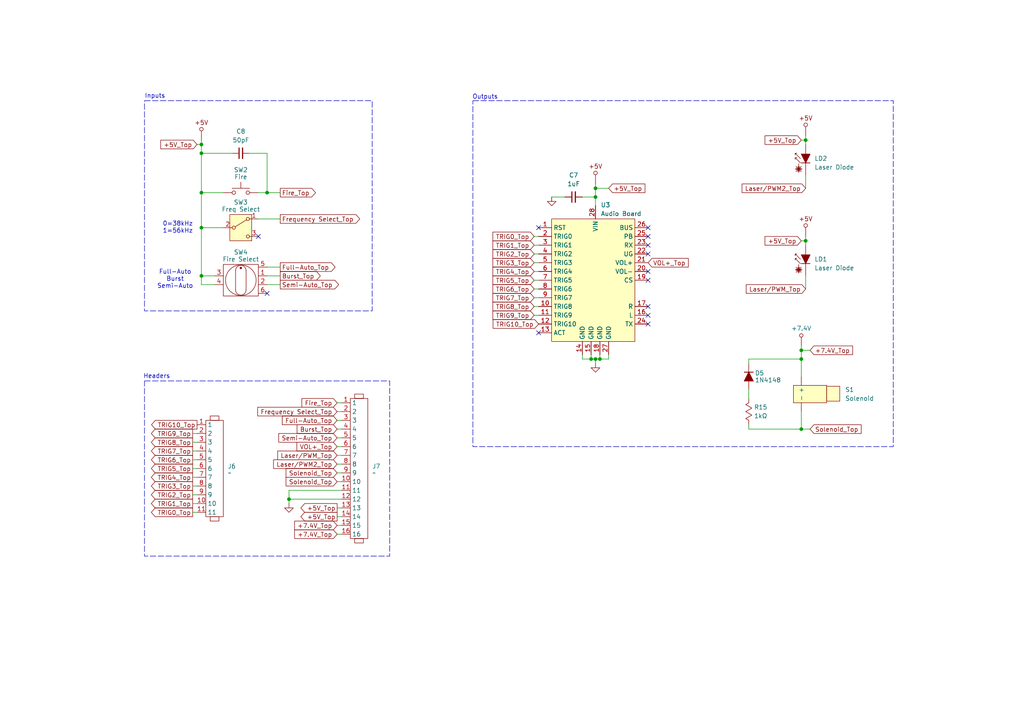
<source format=kicad_sch>
(kicad_sch (version 20231120) (generator "eeschema") (generator_version "8.0")
  (paper "A4")
  (title_block (title "Blaster Top") (date "2025-04-18") (rev "A") (company "Idaho State University"))
  (lib_symbols
    (symbol "AW_Libraries_Power:+7.4V"
      (property "Value" "+7.4V" (at 0 0 0))
      (symbol "+7.4V_0_1"
        (circle (center 0 -2.032) (radius 0.508))
      )
      (symbol "+7.4V_1_1"
        (pin power_in line (at 0 -5.08 90) (length 2.54) (name "") (number ""))
      )
    )
    (symbol "AW_Libraries_Power:GND" (power) (pin_numbers hide) (pin_names (offset 0) hide) (in_bom no) (on_board no)
      (symbol "GND_0_1"
        (polyline (pts (xy -1.27 0) (xy 1.27 0) (xy 0 -1.27) (xy -1.27 0)))
      )
      (symbol "GND_1_1"
        (pin input line (at 0 1.27 270) (length 1.27) (name "GND") (number ""))
      )
    )
    (symbol "Device:C_Small" (pin_numbers hide) (pin_names (offset 0.254) hide)
      (property "Reference" "C" (at 0.254 1.778 0))
      (property "Value" "C_Small" (at 0.254 -2.032 0))
      (symbol "C_Small_0_1"
        (polyline (pts (xy -1.524 -0.508) (xy 1.524 -0.508)) (stroke (width 0.3302)))
        (polyline (pts (xy -1.524 0.508) (xy 1.524 0.508)) (stroke (width 0.3048)))
      )
      (symbol "C_Small_1_1"
        (pin passive line (at 0 2.54 270) (length 2.032) (name "~") (number "1"))
        (pin passive line (at 0 -2.54 90) (length 2.032) (name "~") (number "2"))
      )
    )
    (symbol "Device:D_Filled" (pin_numbers hide) (pin_names (offset 1.016) hide)
      (property "Reference" "D" (at 0 2.54 0))
      (property "Value" "D_Filled" (at 0 -2.54 0))
      (symbol "D_Filled_0_1"
        (polyline (pts (xy -1.27 1.27) (xy -1.27 -1.27)) (stroke (width 0.254)))
        (polyline (pts (xy 1.27 0) (xy -1.27 0)))
        (polyline (pts (xy 1.27 1.27) (xy 1.27 -1.27) (xy -1.27 0) (xy 1.27 1.27)) (stroke (width 0.254)) (fill (type outline)))
      )
      (symbol "D_Filled_1_1"
        (pin passive line (at -3.81 0 0) (length 2.54) (name "K") (number "1"))
        (pin passive line (at 3.81 0 180) (length 2.54) (name "A") (number "2"))
      )
    )
    (symbol "Libraries:+5V" (power) (pin_numbers hide) (pin_names (offset 0)) (in_bom no) (on_board no)
      (symbol "+5V_0_1"
        (circle (center 0 1.905) (radius 0.5236))
      )
      (symbol "+5V_1_0"
        (text "+5V" (at 0 3.81 0) (effects (font (size 1.27 1.27))))
      )
      (symbol "+5V_1_1"
        (pin power_in line (at 0 -1.27 90) (length 2.54) (name "") (number ""))
      )
    )
    (symbol "Libraries:Audio_Board"
      (property "Reference" "U" (at -2.032 -0.508 0))
      (property "Value" "Adafruit Audio Board" (at 7.366 -2.54 0))
      (symbol "Audio_Board_1_1"
        (rectangle (start -16.51 -5.08) (end 7.62 -40.64) (fill (type background)))
        (pin input line (at -20.32 -7.62 0) (length 3.81) (name "RST") (number "1"))
        (pin input line (at -20.32 -30.48 0) (length 3.81) (name "TRIG8") (number "10"))
        (pin input line (at -20.32 -33.02 0) (length 3.81) (name "TRIG9") (number "11"))
        (pin input line (at -20.32 -35.56 0) (length 3.81) (name "TRIG10") (number "12"))
        (pin input line (at -20.32 -38.1 0) (length 3.81) (name "ACT") (number "13"))
        (pin power_in line (at -7.62 -44.45 90) (length 3.81) (name "GND") (number "14"))
        (pin power_in line (at -5.08 -44.45 90) (length 3.81) (name "GND") (number "15"))
        (pin output line (at 11.43 -33.02 180) (length 3.81) (name "L") (number "16"))
        (pin output line (at 11.43 -30.48 180) (length 3.81) (name "R") (number "17"))
        (pin power_in line (at -2.54 -44.45 90) (length 3.81) (name "GND") (number "18"))
        (pin input line (at 11.43 -22.86 180) (length 3.81) (name "CS") (number "19"))
        (pin input line (at -20.32 -10.16 0) (length 3.81) (name "TRIG0") (number "2"))
        (pin input line (at 11.43 -20.32 180) (length 3.81) (name "VOL-") (number "20"))
        (pin input line (at 11.43 -17.78 180) (length 3.81) (name "VOL+") (number "21"))
        (pin input line (at 11.43 -15.24 180) (length 3.81) (name "UG") (number "22"))
        (pin input line (at 11.43 -12.7 180) (length 3.81) (name "RX") (number "23"))
        (pin output line (at 11.43 -35.56 180) (length 3.81) (name "TX") (number "24"))
        (pin input line (at 11.43 -10.16 180) (length 3.81) (name "PB") (number "25"))
        (pin input line (at 11.43 -7.62 180) (length 3.81) (name "BUS") (number "26"))
        (pin power_in line (at 0 -44.45 90) (length 3.81) (name "GND") (number "27"))
        (pin power_in line (at -3.81 -1.27 270) (length 3.81) (name "VIN") (number "28"))
        (pin input line (at -20.32 -12.7 0) (length 3.81) (name "TRIG1") (number "3"))
        (pin input line (at -20.32 -15.24 0) (length 3.81) (name "TRIG2") (number "4"))
        (pin input line (at -20.32 -17.78 0) (length 3.81) (name "TRIG3") (number "5"))
        (pin input line (at -20.32 -20.32 0) (length 3.81) (name "TRIG4") (number "6"))
        (pin input line (at -20.32 -22.86 0) (length 3.81) (name "TRIG5") (number "7"))
        (pin input line (at -20.32 -25.4 0) (length 3.81) (name "TRIG6") (number "8"))
        (pin input line (at -20.32 -27.94 0) (length 3.81) (name "TRIG7") (number "9"))
      )
    )
    (symbol "Libraries:Header_1x11"
      (property "Reference" "J" (at 0 0 0))
      (symbol "Header_1x11_0_1"
        (rectangle (start -2.54 -2.54) (end 2.54 -30.48))
        (rectangle (start -1.27 -30.48) (end 1.27 -31.75))
        (rectangle (start -1.27 -1.27) (end 1.27 -2.54))
      )
      (symbol "Header_1x11_1_1"
        (pin passive line (at -5.08 -3.81 0) (length 2.54) (name "1") (number "1"))
        (pin passive line (at -5.08 -26.67 0) (length 2.54) (name "10") (number "10"))
        (pin passive line (at -5.08 -29.21 0) (length 2.54) (name "11") (number "11"))
        (pin passive line (at -5.08 -6.35 0) (length 2.54) (name "2") (number "2"))
        (pin passive line (at -5.08 -8.89 0) (length 2.54) (name "3") (number "3"))
        (pin passive line (at -5.08 -11.43 0) (length 2.54) (name "4") (number "4"))
        (pin passive line (at -5.08 -13.97 0) (length 2.54) (name "5") (number "5"))
        (pin passive line (at -5.08 -16.51 0) (length 2.54) (name "6") (number "6"))
        (pin passive line (at -5.08 -19.05 0) (length 2.54) (name "7") (number "7"))
        (pin passive line (at -5.08 -21.59 0) (length 2.54) (name "8") (number "8"))
        (pin passive line (at -5.08 -24.13 0) (length 2.54) (name "9") (number "9"))
      )
    )
    (symbol "Libraries:Header_1x16"
      (property "Reference" "J" (at 0 0 0))
      (symbol "Header_1x16_0_1"
        (rectangle (start -2.54 -2.54) (end 2.54 -43.18))
        (rectangle (start -1.27 -43.18) (end 1.27 -44.45))
        (rectangle (start -1.27 -1.27) (end 1.27 -2.54))
      )
      (symbol "Header_1x16_1_1"
        (pin passive line (at -5.08 -3.81 0) (length 2.54) (name "1") (number "1"))
        (pin passive line (at -5.08 -26.67 0) (length 2.54) (name "10") (number "10"))
        (pin passive line (at -5.08 -29.21 0) (length 2.54) (name "11") (number "11"))
        (pin passive line (at -5.08 -31.75 0) (length 2.54) (name "12") (number "12"))
        (pin passive line (at -5.08 -34.29 0) (length 2.54) (name "13") (number "13"))
        (pin passive line (at -5.08 -36.83 0) (length 2.54) (name "14") (number "14"))
        (pin passive line (at -5.08 -39.37 0) (length 2.54) (name "15") (number "15"))
        (pin passive line (at -5.08 -41.91 0) (length 2.54) (name "16") (number "16"))
        (pin passive line (at -5.08 -6.35 0) (length 2.54) (name "2") (number "2"))
        (pin passive line (at -5.08 -8.89 0) (length 2.54) (name "3") (number "3"))
        (pin passive line (at -5.08 -11.43 0) (length 2.54) (name "4") (number "4"))
        (pin passive line (at -5.08 -13.97 0) (length 2.54) (name "5") (number "5"))
        (pin passive line (at -5.08 -16.51 0) (length 2.54) (name "6") (number "6"))
        (pin passive line (at -5.08 -19.05 0) (length 2.54) (name "7") (number "7"))
        (pin passive line (at -5.08 -21.59 0) (length 2.54) (name "8") (number "8"))
        (pin passive line (at -5.08 -24.13 0) (length 2.54) (name "9") (number "9"))
      )
    )
    (symbol "Libraries:Laser_Diode" (pin_numbers hide) (pin_names hide)
      (property "Reference" "LD" (at 0 0 0))
      (symbol "Laser_Diode_0_1"
        (polyline (pts (xy -4.064 -6.35) (xy -2.54 -4.826)))
        (polyline (pts (xy -4.064 -5.842) (xy -2.54 -5.334)))
        (polyline (pts (xy -4.064 -5.334) (xy -2.54 -5.842)))
        (polyline (pts (xy -4.064 -4.826) (xy -2.54 -6.35)))
        (polyline (pts (xy -3.556 -4.826) (xy -3.048 -6.35)))
        (polyline (pts (xy -3.302 -5.588) (xy -3.302 -6.604)))
        (polyline (pts (xy -3.302 -5.588) (xy -3.302 -4.572)))
        (polyline (pts (xy -3.048 -4.826) (xy -3.556 -6.35)))
        (polyline (pts (xy -1.778 -5.588) (xy -4.318 -5.588)))
        (polyline (pts (xy -1.524 -6.35) (xy -1.524 -8.89)) (stroke (width 0.2032)))
        (polyline (pts (xy 1.27 -4.572) (xy 0.762 -4.572)))
        (polyline (pts (xy -0.254 -6.096) (xy 1.27 -4.572) (xy 1.27 -5.08)))
        (polyline (pts (xy -1.524 -6.096) (xy 0 -4.572) (xy 0 -5.08) (xy 0 -4.572) (xy -0.508 -4.572)))
      )
      (symbol "Laser_Diode_1_1"
        (polyline (pts (xy 1.016 -6.35) (xy 1.016 -8.89) (xy -1.524 -7.62) (xy 1.016 -6.35)) (stroke (width 0.2032)) (fill (type outline)))
        (pin passive line (at 3.81 -7.62 180) (length 3.81) (name "A") (number "1"))
        (pin passive line (at -5.08 -7.62 0) (length 3.81) (name "K") (number "2"))
      )
    )
    (symbol "Libraries:R_Custom" (pin_numbers hide) (pin_names (offset 1.016) hide)
      (property "Reference" "R1" (at 0 6.35 0))
      (property "Value" "RΩ" (at 0 3.81 0))
      (symbol "R_Custom_0_1"
        (polyline (pts (xy -2.54 0) (xy -2.032 0.889) (xy -1.524 0) (xy -1.016 -0.889) (xy -0.508 0) (xy 0 0.889) (xy 0.508 0) (xy 1.016 -0.889) (xy 1.524 0) (xy 2.032 0.889) (xy 2.54 0)))
      )
      (symbol "R_Custom_1_1"
        (pin passive line (at -3.81 0 0) (length 1.27) (name "") (number "1"))
        (pin passive line (at 3.81 0 180) (length 1.27) (name "") (number "2"))
      )
    )
    (symbol "Libraries:SW_Blaster_Fire_Select"
      (property "Reference" "SW" (at 0 0 0))
      (symbol "SW_Blaster_Fire_Select_0_1"
        (rectangle (start -5.08 -1.778) (end 5.08 -10.922))
        (arc (start -1.524 -9.144) (mid -1.0776 -10.2216) (end 0 -10.668))
        (arc (start 0 -10.668) (mid 1.0776 -10.2216) (end 1.524 -9.144))
        (circle (center 0 -6.35) (radius 4.4432))
        (arc (start 0 -2.032) (mid -1.0776 -2.4784) (end -1.524 -3.556))
        (polyline (pts (xy -1.524 -3.556) (xy -1.524 -9.144)))
        (polyline (pts (xy 1.524 -3.556) (xy 1.524 -9.144)))
        (arc (start 1.524 -3.556) (mid 1.0708 -2.4852) (end 0 -2.032))
      )
      (symbol "SW_Blaster_Fire_Select_1_0"
        (pin output line (at 7.62 -5.08 180) (length 2.54) (name "") (number "1"))
        (pin output line (at 7.62 -7.62 180) (length 2.54) (name "") (number "2"))
        (pin input line (at -7.62 -5.08 0) (length 2.54) (name "") (number "3"))
        (pin input line (at -7.62 -7.62 0) (length 2.54) (name "") (number "4"))
        (pin output line (at 7.62 -2.54 180) (length 2.54) (name "") (number "5"))
        (pin output line (at 7.62 -10.16 180) (length 2.54) (name "") (number "6"))
      )
      (symbol "SW_Blaster_Fire_Select_1_1"
        (circle (center 0 -2.794) (radius 0.254) (fill (type outline)))
      )
    )
    (symbol "Libraries:Solenoid" (pin_numbers hide)
      (property "Reference" "S" (at 2.286 -5.08 0))
      (property "Value" "Solenoid" (at 5.588 -7.366 0))
      (symbol "Solenoid_1_1"
        (rectangle (start -2.286 -8.89) (end 7.366 -13.97) (fill (type background)))
        (rectangle (start 7.366 -9.144) (end 11.176 -13.462) (fill (type background)))
        (pin input line (at 0 -6.35 270) (length 2.54) (name "+") (number "1"))
        (pin input line (at 0 -16.51 90) (length 2.54) (name "-") (number "2"))
      )
    )
    (symbol "Switch:SW_Push" (pin_numbers hide) (pin_names (offset 1.016) hide)
      (property "Reference" "SW" (at 1.27 2.54 0))
      (property "Value" "SW_Push" (at 0 -1.524 0))
      (symbol "SW_Push_0_1"
        (circle (center -2.032 0) (radius 0.508))
        (polyline (pts (xy 0 1.27) (xy 0 3.048)))
        (polyline (pts (xy 2.54 1.27) (xy -2.54 1.27)))
        (circle (center 2.032 0) (radius 0.508))
        (pin passive line (at -5.08 0 0) (length 2.54) (name "1") (number "1"))
        (pin passive line (at 5.08 0 180) (length 2.54) (name "2") (number "2"))
      )
    )
    (symbol "Switch:SW_SPDT" (pin_names (offset 0) hide)
      (property "Reference" "SW" (at 0 5.08 0))
      (property "Value" "SW_SPDT" (at 0 -5.08 0))
      (symbol "SW_SPDT_0_1"
        (circle (center -2.032 0) (radius 0.4572))
        (polyline (pts (xy -1.651 0.254) (xy 1.651 2.286)))
        (circle (center 2.032 -2.54) (radius 0.4572))
        (circle (center 2.032 2.54) (radius 0.4572))
      )
      (symbol "SW_SPDT_1_1"
        (rectangle (start -3.175 3.81) (end 3.175 -3.81) (fill (type background)))
        (pin passive line (at 5.08 2.54 180) (length 2.54) (name "A") (number "1"))
        (pin passive line (at -5.08 0 0) (length 2.54) (name "B") (number "2"))
        (pin passive line (at 5.08 -2.54 180) (length 2.54) (name "C") (number "3"))
      )
    )
  )
  (junction (at 58.42 41.91))
  (junction (at 232.41 101.6))
  (junction (at 233.68 69.85))
  (junction (at 173.99 104.14))
  (junction (at 172.72 57.15))
  (junction (at 58.42 55.88))
  (junction (at 58.42 80.01))
  (junction (at 58.42 44.45))
  (junction (at 232.41 124.46))
  (junction (at 172.72 54.61))
  (junction (at 233.68 40.64))
  (junction (at 172.72 104.14))
  (junction (at 232.41 104.14))
  (junction (at 77.47 55.88))
  (junction (at 58.42 66.04))
  (junction (at 171.45 104.14))
  (junction (at 83.82 144.78))
  (no_connect (at 187.96 81.28))
  (no_connect (at 74.93 68.58))
  (no_connect (at 77.47 85.09))
  (no_connect (at 156.21 96.52))
  (no_connect (at 187.96 88.9))
  (no_connect (at 187.96 73.66))
  (no_connect (at 187.96 66.04))
  (no_connect (at 187.96 71.12))
  (no_connect (at 187.96 93.98))
  (no_connect (at 187.96 68.58))
  (no_connect (at 156.21 66.04))
  (no_connect (at 187.96 91.44))
  (no_connect (at 187.96 78.74))
  (wire (pts (xy 234.95 101.6) (xy 232.41 101.6)))
  (wire (pts (xy 77.47 55.88) (xy 81.28 55.88)))
  (wire (pts (xy 83.82 144.78) (xy 99.06 144.78)))
  (wire (pts (xy 97.79 127) (xy 99.06 127)))
  (wire (pts (xy 62.23 80.01) (xy 58.42 80.01)))
  (wire (pts (xy 97.79 119.38) (xy 99.06 119.38)))
  (wire (pts (xy 173.99 104.14) (xy 172.72 104.14)))
  (wire (pts (xy 58.42 66.04) (xy 58.42 80.01)))
  (wire (pts (xy 171.45 104.14) (xy 172.72 104.14)))
  (wire (pts (xy 83.82 142.24) (xy 83.82 144.78)))
  (wire (pts (xy 154.94 88.9) (xy 156.21 88.9)))
  (wire (pts (xy 58.42 66.04) (xy 64.77 66.04)))
  (wire (pts (xy 154.94 73.66) (xy 156.21 73.66)))
  (wire (pts (xy 97.79 121.92) (xy 99.06 121.92)))
  (wire (pts (xy 171.45 102.87) (xy 171.45 104.14)))
  (wire (pts (xy 58.42 41.91) (xy 58.42 44.45)))
  (wire (pts (xy 232.41 119.38) (xy 232.41 124.46)))
  (wire (pts (xy 58.42 82.55) (xy 58.42 80.01)))
  (wire (pts (xy 217.17 123.19) (xy 217.17 124.46)))
  (wire (pts (xy 55.88 146.05) (xy 57.15 146.05)))
  (wire (pts (xy 97.79 129.54) (xy 99.06 129.54)))
  (wire (pts (xy 232.41 104.14) (xy 232.41 109.22)))
  (wire (pts (xy 168.91 102.87) (xy 168.91 104.14)))
  (wire (pts (xy 58.42 55.88) (xy 64.77 55.88)))
  (wire (pts (xy 74.93 55.88) (xy 77.47 55.88)))
  (wire (pts (xy 154.94 71.12) (xy 156.21 71.12)))
  (wire (pts (xy 233.68 68.58) (xy 233.68 69.85)))
  (wire (pts (xy 172.72 57.15) (xy 172.72 59.69)))
  (wire (pts (xy 233.68 69.85) (xy 233.68 71.12)))
  (wire (pts (xy 97.79 152.4) (xy 99.06 152.4)))
  (wire (pts (xy 154.94 83.82) (xy 156.21 83.82)))
  (wire (pts (xy 55.88 125.73) (xy 57.15 125.73)))
  (wire (pts (xy 97.79 116.84) (xy 99.06 116.84)))
  (wire (pts (xy 97.79 139.7) (xy 99.06 139.7)))
  (wire (pts (xy 217.17 104.14) (xy 217.17 105.41)))
  (wire (pts (xy 168.91 104.14) (xy 171.45 104.14)))
  (wire (pts (xy 217.17 104.14) (xy 232.41 104.14)))
  (wire (pts (xy 55.88 133.35) (xy 57.15 133.35)))
  (wire (pts (xy 99.06 142.24) (xy 83.82 142.24)))
  (wire (pts (xy 233.68 80.01) (xy 233.68 83.82)))
  (wire (pts (xy 154.94 91.44) (xy 156.21 91.44)))
  (wire (pts (xy 55.88 143.51) (xy 57.15 143.51)))
  (wire (pts (xy 160.02 57.15) (xy 163.83 57.15)))
  (wire (pts (xy 81.28 82.55) (xy 77.47 82.55)))
  (wire (pts (xy 233.68 39.37) (xy 233.68 40.64)))
  (wire (pts (xy 97.79 134.62) (xy 99.06 134.62)))
  (wire (pts (xy 154.94 81.28) (xy 156.21 81.28)))
  (wire (pts (xy 172.72 57.15) (xy 172.72 54.61)))
  (wire (pts (xy 58.42 40.64) (xy 58.42 41.91)))
  (wire (pts (xy 58.42 44.45) (xy 67.31 44.45)))
  (wire (pts (xy 154.94 68.58) (xy 156.21 68.58)))
  (wire (pts (xy 97.79 147.32) (xy 99.06 147.32)))
  (wire (pts (xy 154.94 76.2) (xy 156.21 76.2)))
  (wire (pts (xy 168.91 57.15) (xy 172.72 57.15)))
  (wire (pts (xy 81.28 77.47) (xy 77.47 77.47)))
  (wire (pts (xy 55.88 148.59) (xy 57.15 148.59)))
  (wire (pts (xy 97.79 149.86) (xy 99.06 149.86)))
  (wire (pts (xy 72.39 44.45) (xy 77.47 44.45)))
  (wire (pts (xy 232.41 69.85) (xy 233.68 69.85)))
  (wire (pts (xy 154.94 78.74) (xy 156.21 78.74)))
  (wire (pts (xy 55.88 138.43) (xy 57.15 138.43)))
  (wire (pts (xy 176.53 104.14) (xy 173.99 104.14)))
  (wire (pts (xy 97.79 124.46) (xy 99.06 124.46)))
  (wire (pts (xy 173.99 102.87) (xy 173.99 104.14)))
  (wire (pts (xy 232.41 124.46) (xy 234.95 124.46)))
  (wire (pts (xy 154.94 86.36) (xy 156.21 86.36)))
  (wire (pts (xy 232.41 101.6) (xy 232.41 104.14)))
  (wire (pts (xy 233.68 40.64) (xy 233.68 41.91)))
  (wire (pts (xy 97.79 137.16) (xy 99.06 137.16)))
  (wire (pts (xy 217.17 113.03) (xy 217.17 115.57)))
  (wire (pts (xy 55.88 135.89) (xy 57.15 135.89)))
  (wire (pts (xy 55.88 130.81) (xy 57.15 130.81)))
  (wire (pts (xy 58.42 55.88) (xy 58.42 66.04)))
  (wire (pts (xy 74.93 63.5) (xy 81.28 63.5)))
  (wire (pts (xy 57.15 41.91) (xy 58.42 41.91)))
  (wire (pts (xy 97.79 154.94) (xy 99.06 154.94)))
  (wire (pts (xy 232.41 100.33) (xy 232.41 101.6)))
  (wire (pts (xy 217.17 124.46) (xy 232.41 124.46)))
  (wire (pts (xy 172.72 54.61) (xy 172.72 53.34)))
  (wire (pts (xy 97.79 132.08) (xy 99.06 132.08)))
  (wire (pts (xy 233.68 50.8) (xy 233.68 54.61)))
  (wire (pts (xy 55.88 128.27) (xy 57.15 128.27)))
  (wire (pts (xy 77.47 44.45) (xy 77.47 55.88)))
  (wire (pts (xy 55.88 140.97) (xy 57.15 140.97)))
  (wire (pts (xy 176.53 54.61) (xy 172.72 54.61)))
  (wire (pts (xy 58.42 44.45) (xy 58.42 55.88)))
  (wire (pts (xy 172.72 105.41) (xy 172.72 104.14)))
  (wire (pts (xy 81.28 80.01) (xy 77.47 80.01)))
  (wire (pts (xy 62.23 82.55) (xy 58.42 82.55)))
  (wire (pts (xy 232.41 40.64) (xy 233.68 40.64)))
  (wire (pts (xy 176.53 102.87) (xy 176.53 104.14)))
  (wire (pts (xy 83.82 144.78) (xy 83.82 146.05)))
  (rectangle (start 41.91 29.21) (end 107.95 90.17) (stroke (width 0) (type dash)))
  (rectangle (start 137.16 29.21) (end 259.08 129.54) (stroke (width 0) (type dash)))
  (rectangle (start 41.91 110.49) (end 113.03 161.29) (stroke (width 0) (type dash)))
  (text "Full-Auto\nBurst\nSemi-Auto" (at 50.8 81.026 0) (effects (font (size 1.27 1.27))))
  (text "Inputs" (at 44.958 27.94 0) (effects (font (size 1.27 1.27))))
  (text "0=38kHz\n1=56kHz" (at 51.562 66.04 0) (effects (font (size 1.27 1.27))))
  (text "Headers" (at 45.466 109.22 0) (effects (font (size 1.27 1.27))))
  (text "Outputs" (at 140.716 28.194 0) (effects (font (size 1.27 1.27))))
  (global_label "+7.4V_Top" (shape input) (at 234.95 101.6 0) (property "Intersheetrefs" "${INTERSHEET_REFS}" (effects (hide yes))))
  (global_label "+7.4V_Top" (shape input) (at 97.79 152.4 180) (property "Intersheetrefs" "${INTERSHEET_REFS}" (effects (hide yes))))
  (global_label "TRIG3_Top" (shape input) (at 154.94 76.2 180) (property "Intersheetrefs" "${INTERSHEET_REFS}" (effects (hide yes))))
  (global_label "VOL+_Top" (shape input) (at 97.79 129.54 180) (property "Intersheetrefs" "${INTERSHEET_REFS}" (effects (hide yes))))
  (global_label "Full-Auto_Top" (shape input) (at 97.79 121.92 180) (property "Intersheetrefs" "${INTERSHEET_REFS}" (effects (hide yes))))
  (global_label "TRIG5_Top" (shape output) (at 55.88 135.89 180) (property "Intersheetrefs" "${INTERSHEET_REFS}" (effects (hide yes))))
  (global_label "+5V_Top" (shape input) (at 232.41 40.64 180) (property "Intersheetrefs" "${INTERSHEET_REFS}" (effects (hide yes))))
  (global_label "TRIG7_Top" (shape input) (at 154.94 86.36 180) (property "Intersheetrefs" "${INTERSHEET_REFS}" (effects (hide yes))))
  (global_label "TRIG6_Top" (shape input) (at 154.94 83.82 180) (property "Intersheetrefs" "${INTERSHEET_REFS}" (effects (hide yes))))
  (global_label "Burst_Top" (shape input) (at 97.79 124.46 180) (property "Intersheetrefs" "${INTERSHEET_REFS}" (effects (hide yes))))
  (global_label "+5V_Top" (shape output) (at 97.79 149.86 180) (property "Intersheetrefs" "${INTERSHEET_REFS}" (effects (hide yes))))
  (global_label "Solenoid_Top" (shape input) (at 97.79 137.16 180) (property "Intersheetrefs" "${INTERSHEET_REFS}" (effects (hide yes))))
  (global_label "TRIG5_Top" (shape input) (at 154.94 81.28 180) (property "Intersheetrefs" "${INTERSHEET_REFS}" (effects (hide yes))))
  (global_label "TRIG8_Top" (shape output) (at 55.88 128.27 180) (property "Intersheetrefs" "${INTERSHEET_REFS}" (effects (hide yes))))
  (global_label "Laser{slash}PWM_Top" (shape input) (at 233.68 83.82 180) (property "Intersheetrefs" "${INTERSHEET_REFS}" (effects (hide yes))))
  (global_label "Laser{slash}PWM2_Top" (shape input) (at 233.68 54.61 180) (property "Intersheetrefs" "${INTERSHEET_REFS}" (effects (hide yes))))
  (global_label "Solenoid_Top" (shape input) (at 97.79 139.7 180) (property "Intersheetrefs" "${INTERSHEET_REFS}" (effects (hide yes))))
  (global_label "+7.4V_Top" (shape input) (at 97.79 154.94 180) (property "Intersheetrefs" "${INTERSHEET_REFS}" (effects (hide yes))))
  (global_label "TRIG2_Top" (shape output) (at 55.88 143.51 180) (property "Intersheetrefs" "${INTERSHEET_REFS}" (effects (hide yes))))
  (global_label "+5V_Top" (shape output) (at 97.79 147.32 180) (property "Intersheetrefs" "${INTERSHEET_REFS}" (effects (hide yes))))
  (global_label "TRIG10_Top" (shape input) (at 156.21 93.98 180) (property "Intersheetrefs" "${INTERSHEET_REFS}" (effects (hide yes))))
  (global_label "Frequency Select_Top" (shape output) (at 81.28 63.5 0) (property "Intersheetrefs" "${INTERSHEET_REFS}" (effects (hide yes))))
  (global_label "TRIG1_Top" (shape input) (at 154.94 71.12 180) (property "Intersheetrefs" "${INTERSHEET_REFS}" (effects (hide yes))))
  (global_label "Burst_Top" (shape output) (at 81.28 80.01 0) (property "Intersheetrefs" "${INTERSHEET_REFS}" (effects (hide yes))))
  (global_label "TRIG0_Top" (shape input) (at 154.94 68.58 180) (property "Intersheetrefs" "${INTERSHEET_REFS}" (effects (hide yes))))
  (global_label "TRIG2_Top" (shape input) (at 154.94 73.66 180) (property "Intersheetrefs" "${INTERSHEET_REFS}" (effects (hide yes))))
  (global_label "VOL+_Top" (shape input) (at 187.96 76.2 0) (property "Intersheetrefs" "${INTERSHEET_REFS}" (effects (hide yes))))
  (global_label "TRIG1_Top" (shape output) (at 55.88 146.05 180) (property "Intersheetrefs" "${INTERSHEET_REFS}" (effects (hide yes))))
  (global_label "TRIG4_Top" (shape input) (at 154.94 78.74 180) (property "Intersheetrefs" "${INTERSHEET_REFS}" (effects (hide yes))))
  (global_label "TRIG9_Top" (shape output) (at 55.88 125.73 180) (property "Intersheetrefs" "${INTERSHEET_REFS}" (effects (hide yes))))
  (global_label "Laser{slash}PWM_Top" (shape input) (at 97.79 132.08 180) (property "Intersheetrefs" "${INTERSHEET_REFS}" (effects (hide yes))))
  (global_label "TRIG3_Top" (shape output) (at 55.88 140.97 180) (property "Intersheetrefs" "${INTERSHEET_REFS}" (effects (hide yes))))
  (global_label "TRIG7_Top" (shape output) (at 55.88 130.81 180) (property "Intersheetrefs" "${INTERSHEET_REFS}" (effects (hide yes))))
  (global_label "Laser{slash}PWM2_Top" (shape input) (at 97.79 134.62 180) (property "Intersheetrefs" "${INTERSHEET_REFS}" (effects (hide yes))))
  (global_label "+5V_Top" (shape input) (at 232.41 69.85 180) (property "Intersheetrefs" "${INTERSHEET_REFS}" (effects (hide yes))))
  (global_label "Semi-Auto_Top" (shape output) (at 81.28 82.55 0) (property "Intersheetrefs" "${INTERSHEET_REFS}" (effects (hide yes))))
  (global_label "Semi-Auto_Top" (shape input) (at 97.79 127 180) (property "Intersheetrefs" "${INTERSHEET_REFS}" (effects (hide yes))))
  (global_label "TRIG8_Top" (shape input) (at 154.94 88.9 180) (property "Intersheetrefs" "${INTERSHEET_REFS}" (effects (hide yes))))
  (global_label "+5V_Top" (shape input) (at 176.53 54.61 0) (property "Intersheetrefs" "${INTERSHEET_REFS}" (effects (hide yes))))
  (global_label "+5V_Top" (shape input) (at 57.15 41.91 180) (property "Intersheetrefs" "${INTERSHEET_REFS}" (effects (hide yes))))
  (global_label "Fire_Top" (shape output) (at 81.28 55.88 0) (property "Intersheetrefs" "${INTERSHEET_REFS}" (effects (hide yes))))
  (global_label "TRIG4_Top" (shape output) (at 55.88 138.43 180) (property "Intersheetrefs" "${INTERSHEET_REFS}" (effects (hide yes))))
  (global_label "TRIG10_Top" (shape output) (at 57.15 123.19 180) (property "Intersheetrefs" "${INTERSHEET_REFS}" (effects (hide yes))))
  (global_label "TRIG9_Top" (shape input) (at 154.94 91.44 180) (property "Intersheetrefs" "${INTERSHEET_REFS}" (effects (hide yes))))
  (global_label "Solenoid_Top" (shape input) (at 234.95 124.46 0) (property "Intersheetrefs" "${INTERSHEET_REFS}" (effects (hide yes))))
  (global_label "Frequency Select_Top" (shape input) (at 97.79 119.38 180) (property "Intersheetrefs" "${INTERSHEET_REFS}" (effects (hide yes))))
  (global_label "Fire_Top" (shape input) (at 97.79 116.84 180) (property "Intersheetrefs" "${INTERSHEET_REFS}" (effects (hide yes))))
  (global_label "TRIG0_Top" (shape output) (at 55.88 148.59 180) (property "Intersheetrefs" "${INTERSHEET_REFS}" (effects (hide yes))))
  (global_label "Full-Auto_Top" (shape output) (at 81.28 77.47 0) (property "Intersheetrefs" "${INTERSHEET_REFS}" (effects (hide yes))))
  (global_label "TRIG6_Top" (shape output) (at 55.88 133.35 180) (property "Intersheetrefs" "${INTERSHEET_REFS}" (effects (hide yes))))
  (symbol (lib_id "Libraries:Laser_Diode") (at 226.06 74.93 90) (unit 1)
    (property "Reference" "LD1" (at 236.22 75.1839 90) (effects (justify right)))
    (property "Value" "Laser Diode" (at 236.22 77.7239 90) (effects (justify right)))
    (property "Footprint" "AlexWheelockFootprintLibrary:Project_Locking_Output_Header" (effects (hide yes)))
    (property "Description" "Laser diode, cathode on pin 3, anode on pin 1" (effects (hide yes)))
  )
  (symbol (lib_id "Libraries:+5V") (at 58.42 39.37 0) (unit 1) (in_bom no) (on_board no)
    (property "Reference" "#+5V06" (effects (hide yes)))
    (property "Value" "+5V" (effects (hide yes)))
  )
  (symbol (lib_id "Libraries:R_Custom") (at 217.17 119.38 90) (unit 1)
    (property "Reference" "R15" (at 218.694 118.11 90) (effects (justify right)))
    (property "Value" "1kΩ" (at 218.694 120.65 90) (effects (justify right)))
    (property "Footprint" "Resistor_SMD:R_1206_3216Metric_Pad1.30x1.75mm_HandSolder" (effects (hide yes)))
    (property "Description" "Custom Resistor" (effects (hide yes)))
  )
  (symbol (lib_id "AW_Libraries_Power:GND") (at 172.72 106.68 0) (unit 1) (in_bom no) (on_board no)
    (property "Reference" "#PWR023" (effects (hide yes)))
    (property "Value" "GND" (effects (hide yes)))
  )
  (symbol (lib_id "Libraries:+5V") (at 233.68 67.31 0) (unit 1) (in_bom no) (on_board no)
    (property "Reference" "#+5V08" (effects (hide yes)))
    (property "Value" "+5V" (effects (hide yes)))
  )
  (symbol (lib_id "Switch:SW_SPDT") (at 69.85 66.04 0) (unit 1)
    (property "Reference" "SW3" (at 71.882 58.674 0) (effects (justify right)))
    (property "Value" "Freq Select" (at 75.438 60.706 0) (effects (justify right)))
    (property "Footprint" "AlexWheelockFootprintLibrary:Project_Blaster_Freq_Switch" (effects (hide yes)))
    (property "Description" "Switch, single pole double throw" (effects (hide yes)))
  )
  (symbol (lib_id "Device:C_Small") (at 166.37 57.15 90) (unit 1)
    (property "Reference" "C7" (at 166.3763 50.8 90))
    (property "Value" "1uF" (at 166.3763 53.34 90))
    (property "Footprint" "Capacitor_SMD:C_0805_2012Metric_Pad1.18x1.45mm_HandSolder" (effects (hide yes)))
    (property "Description" "Unpolarized capacitor, small symbol" (effects (hide yes)))
  )
  (symbol (lib_id "AW_Libraries_Power:GND") (at 83.82 147.32 0) (unit 1) (in_bom no) (on_board no)
    (property "Reference" "#PWR024" (effects (hide yes)))
    (property "Value" "GND" (effects (hide yes)))
  )
  (symbol (lib_id "AW_Libraries_Power:+7.4V") (at 232.41 95.25 0) (unit 1)
    (property "Reference" "#PWR25" (effects (hide yes)))
    (property "Value" "+7.4V" (at 232.41 95.25 0))
  )
  (symbol (lib_id "Libraries:Header_1x16") (at 104.14 113.03 0) (unit 1)
    (property "Reference" "J7" (at 107.95 135.2549 0) (effects (justify left)))
    (property "Value" "~" (at 107.95 137.16 0) (effects (justify left)))
    (property "Footprint" "Connector_PinHeader_2.54mm:PinHeader_1x16_P2.54mm_Vertical" (effects (hide yes)))
  )
  (symbol (lib_id "Libraries:Solenoid") (at 232.41 102.87 0) (unit 1)
    (property "Reference" "S1" (at 245.11 113.0299 0) (effects (justify left)))
    (property "Value" "Solenoid" (at 245.11 115.5699 0) (effects (justify left)))
    (property "Footprint" "AlexWheelockFootprintLibrary:Project_Locking_Output_Header" (effects (hide yes)))
  )
  (symbol (lib_id "Libraries:Header_1x11") (at 62.23 119.38 0) (unit 1)
    (property "Reference" "J6" (at 66.04 135.2549 0) (effects (justify left)))
    (property "Value" "~" (at 66.04 137.16 0) (effects (justify left)))
    (property "Footprint" "Connector_PinHeader_2.54mm:PinHeader_1x11_P2.54mm_Vertical" (effects (hide yes)))
  )
  (symbol (lib_id "Libraries:Laser_Diode") (at 226.06 45.72 90) (unit 1)
    (property "Reference" "LD2" (at 236.22 45.9739 90) (effects (justify right)))
    (property "Value" "Laser Diode" (at 236.22 48.5139 90) (effects (justify right)))
    (property "Footprint" "AlexWheelockFootprintLibrary:Project_Locking_Output_Header" (effects (hide yes)))
    (property "Description" "Laser diode, cathode on pin 3, anode on pin 1" (effects (hide yes)))
  )
  (symbol (lib_id "Libraries:Audio_Board") (at 176.53 58.42 0) (unit 1)
    (property "Reference" "U3" (at 174.244 59.436 0) (effects (justify left)))
    (property "Value" "Audio Board" (at 174.244 61.976 0) (effects (justify left)))
    (property "Footprint" "AlexWheelockFootprintLibrary:Project_Audio_Board" (effects (hide yes)))
  )
  (symbol (lib_id "Libraries:+5V") (at 172.72 52.07 0) (unit 1) (in_bom no) (on_board no)
    (property "Reference" "#+5V05" (effects (hide yes)))
    (property "Value" "+5V" (effects (hide yes)))
  )
  (symbol (lib_id "Device:C_Small") (at 69.85 44.45 90) (unit 1)
    (property "Reference" "C8" (at 69.8563 38.1 90))
    (property "Value" "50pF" (at 69.8563 40.64 90))
    (property "Footprint" "Capacitor_SMD:C_0805_2012Metric_Pad1.18x1.45mm_HandSolder" (effects (hide yes)))
    (property "Description" "Unpolarized capacitor, small symbol" (effects (hide yes)))
  )
  (symbol (lib_id "Libraries:SW_Blaster_Fire_Select") (at 69.85 74.93 0) (unit 1)
    (property "Reference" "SW4" (at 69.85 73.152 0))
    (property "Value" "Fire Select" (at 69.85 75.184 0))
    (property "Footprint" "AlexWheelockFootprintLibrary:Project_Locking_Header_1x06" (effects (hide yes)))
  )
  (symbol (lib_id "Switch:SW_Push") (at 69.85 55.88 0) (unit 1)
    (property "Reference" "SW2" (at 69.85 49.276 0))
    (property "Value" "Fire" (at 69.85 51.308 0))
    (property "Footprint" "AlexWheelockFootprintLibrary:Project_Locking_Output_Header" (effects (hide yes)))
    (property "Description" "Push button switch, generic, two pins" (effects (hide yes)))
  )
  (symbol (lib_id "Device:D_Filled") (at 217.17 109.22 270) (unit 1)
    (property "Reference" "D5" (at 218.948 108.204 90) (effects (justify left)))
    (property "Value" "1N4148" (at 218.948 110.236 90) (effects (justify left)))
    (property "Footprint" "Diode_SMD:D_0805_2012Metric_Pad1.15x1.40mm_HandSolder" (effects (hide yes)))
    (property "Description" "Diode, filled shape" (effects (hide yes)))
    (property "Sim.Device" "D" (effects (hide yes)))
    (property "Sim.Pins" "1=K 2=A" (effects (hide yes)))
  )
  (symbol (lib_id "Libraries:+5V") (at 233.68 38.1 0) (unit 1) (in_bom no) (on_board no)
    (property "Reference" "#+5V07" (effects (hide yes)))
    (property "Value" "+5V" (effects (hide yes)))
  )
  (symbol (lib_id "AW_Libraries_Power:GND") (at 160.02 58.42 0) (unit 1) (in_bom no) (on_board no)
    (property "Reference" "#PWR022" (effects (hide yes)))
    (property "Value" "GND" (effects (hide yes)))
  )
)
</source>
